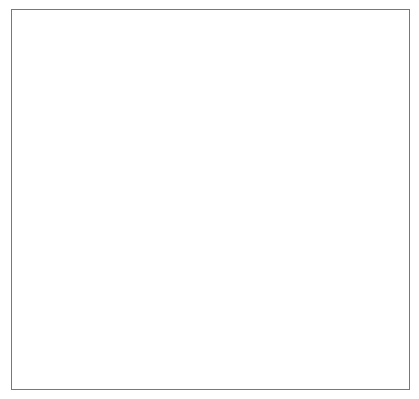
<source format=gbr>
%TF.GenerationSoftware,KiCad,Pcbnew,7.0.8*%
%TF.CreationDate,2024-08-31T11:21:48+03:00*%
%TF.ProjectId,energy_saving_coil,656e6572-6779-45f7-9361-76696e675f63,rev?*%
%TF.SameCoordinates,Original*%
%TF.FileFunction,Profile,NP*%
%FSLAX46Y46*%
G04 Gerber Fmt 4.6, Leading zero omitted, Abs format (unit mm)*
G04 Created by KiCad (PCBNEW 7.0.8) date 2024-08-31 11:21:48*
%MOMM*%
%LPD*%
G01*
G04 APERTURE LIST*
%TA.AperFunction,Profile*%
%ADD10C,0.100000*%
%TD*%
G04 APERTURE END LIST*
D10*
X43925000Y-71437500D02*
X77650000Y-71437500D01*
X77650000Y-103562500D01*
X43925000Y-103562500D01*
X43925000Y-71437500D01*
M02*

</source>
